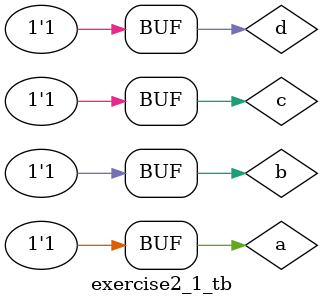
<source format=v>
`timescale 1ns/1ns
`include "exercise2_1.v"

module exercise2_1_tb();
    reg a, b, c, d;
    wire f, g;

    exercise2_1 ex1(a, b, c, d, f, g);
    initial begin
        $dumpfile("exercise2_1_tb.vcd");
        $dumpvars(0, exercise2_1_tb);

        a = 1'b0; b=1'b0; c=1'b0; d=1'b0;
        #20;
        a = 1'b0; b=1'b0; c=1'b0; d=1'b1;
        #20;
        a = 1'b0; b=1'b0; c=1'b1; d=1'b0;
        #20;
        a = 1'b0; b=1'b0; c=1'b1; d=1'b1;
        #20;
        a = 1'b0; b=1'b1; c=1'b0; d=1'b0;
        #20;
        a = 1'b0; b=1'b1; c=1'b0; d=1'b1;
        #20;
        a = 1'b0; b=1'b1; c=1'b1; d=1'b0;
        #20;
        a = 1'b0; b=1'b1; c=1'b1; d=1'b1;
        #20;
        a = 1'b1; b=1'b0; c=1'b0; d=1'b0;
        #20;
        a = 1'b1; b=1'b0; c=1'b0; d=1'b1;
        #20;
        a = 1'b1; b=1'b0; c=1'b1; d=1'b0;
        #20;
        a = 1'b1; b=1'b0; c=1'b1; d=1'b1;
        #20;
        a = 1'b1; b=1'b1; c=1'b0; d=1'b0;
        #20;
        a = 1'b1; b=1'b1; c=1'b0; d=1'b1;
        #20;
        a = 1'b1; b=1'b1; c=1'b1; d=1'b0;
        #20;
        a = 1'b1; b=1'b1; c=1'b1; d=1'b1;
        #20;

        $display("Test complete");
    end
endmodule
</source>
